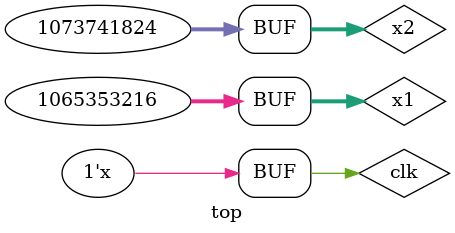
<source format=sv>
`timescale 1ns / 1ps

module top();
    // クロック、リセット、入力、出力信号の宣言
    logic clk;              // クロック信号
    logic [31:0] x1, x2;    // 入力信号
    logic [31:0] y;         // 出力信号

    // fadd モジュールのインスタンス化
    fadd fadd_inst (
        .x1(x1),  // 入力1
        .x2(x2),  // 入力2
        .y(y),    // 出力
        .clk(clk) // クロック
    );

    // クロック生成（100 MHzのクロック、周期10ns）
    always begin
        #5 clk = ~clk; // クロック周期：10ns（100 MHz）
    end

    // 初期化、リセットと信号の設定
    initial begin
        clk = 0;
        x1 = 32'h3F800000;  // 1.0（浮動小数点値）
        x2 = 32'h40000000;  // 2.0（浮動小数点値）

        // クロックとリセット信号の動作
        #20; // 20ns経過後にリセット解除
    end
endmodule

</source>
